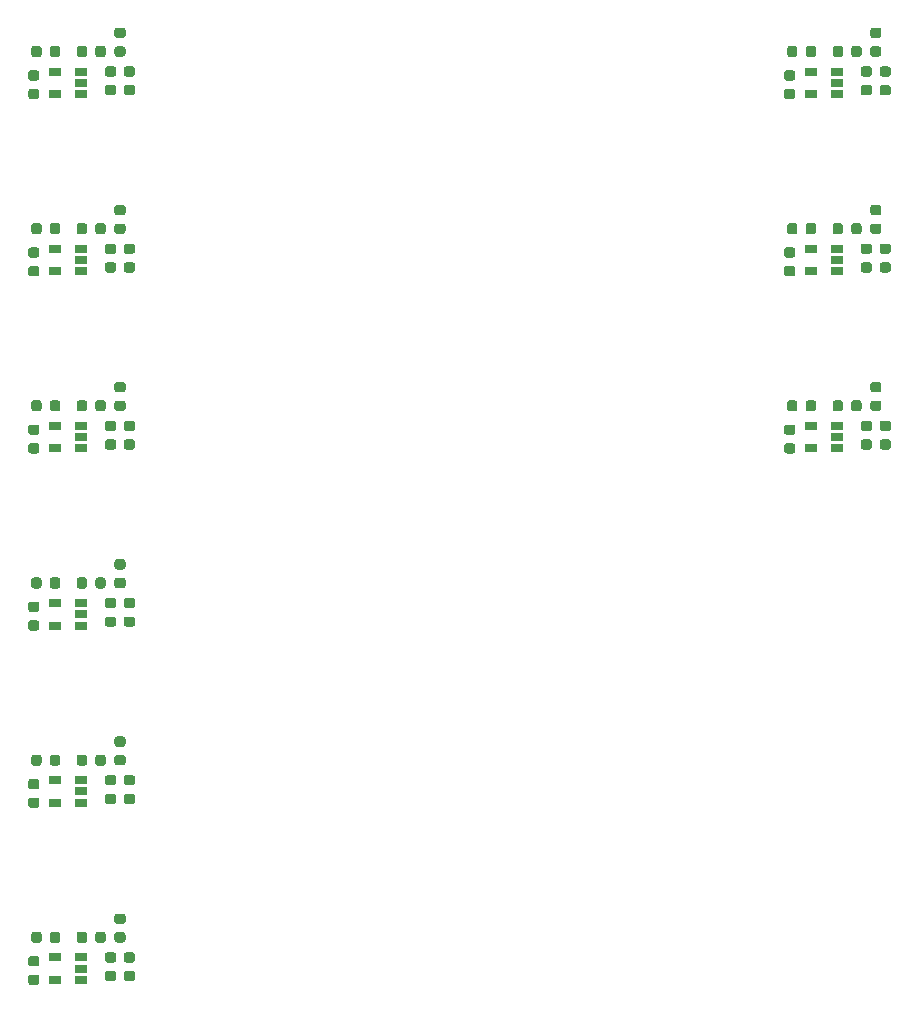
<source format=gbr>
%TF.GenerationSoftware,KiCad,Pcbnew,5.1.6-c6e7f7d~86~ubuntu18.04.1*%
%TF.CreationDate,2020-06-23T16:20:56-03:00*%
%TF.ProjectId,irStrip,69725374-7269-4702-9e6b-696361645f70,Rev. 1*%
%TF.SameCoordinates,Original*%
%TF.FileFunction,Paste,Bot*%
%TF.FilePolarity,Positive*%
%FSLAX46Y46*%
G04 Gerber Fmt 4.6, Leading zero omitted, Abs format (unit mm)*
G04 Created by KiCad (PCBNEW 5.1.6-c6e7f7d~86~ubuntu18.04.1) date 2020-06-23 16:20:56*
%MOMM*%
%LPD*%
G01*
G04 APERTURE LIST*
%ADD10R,1.060000X0.650000*%
G04 APERTURE END LIST*
%TO.C,C2*%
G36*
G01*
X184823550Y-94237500D02*
X184311050Y-94237500D01*
G75*
G02*
X184092300Y-94018750I0J218750D01*
G01*
X184092300Y-93581250D01*
G75*
G02*
X184311050Y-93362500I218750J0D01*
G01*
X184823550Y-93362500D01*
G75*
G02*
X185042300Y-93581250I0J-218750D01*
G01*
X185042300Y-94018750D01*
G75*
G02*
X184823550Y-94237500I-218750J0D01*
G01*
G37*
G36*
G01*
X184823550Y-95812500D02*
X184311050Y-95812500D01*
G75*
G02*
X184092300Y-95593750I0J218750D01*
G01*
X184092300Y-95156250D01*
G75*
G02*
X184311050Y-94937500I218750J0D01*
G01*
X184823550Y-94937500D01*
G75*
G02*
X185042300Y-95156250I0J-218750D01*
G01*
X185042300Y-95593750D01*
G75*
G02*
X184823550Y-95812500I-218750J0D01*
G01*
G37*
%TD*%
%TO.C,R1*%
G36*
G01*
X183511050Y-90087500D02*
X184023550Y-90087500D01*
G75*
G02*
X184242300Y-90306250I0J-218750D01*
G01*
X184242300Y-90743750D01*
G75*
G02*
X184023550Y-90962500I-218750J0D01*
G01*
X183511050Y-90962500D01*
G75*
G02*
X183292300Y-90743750I0J218750D01*
G01*
X183292300Y-90306250D01*
G75*
G02*
X183511050Y-90087500I218750J0D01*
G01*
G37*
G36*
G01*
X183511050Y-91662500D02*
X184023550Y-91662500D01*
G75*
G02*
X184242300Y-91881250I0J-218750D01*
G01*
X184242300Y-92318750D01*
G75*
G02*
X184023550Y-92537500I-218750J0D01*
G01*
X183511050Y-92537500D01*
G75*
G02*
X183292300Y-92318750I0J218750D01*
G01*
X183292300Y-91881250D01*
G75*
G02*
X183511050Y-91662500I218750J0D01*
G01*
G37*
%TD*%
%TO.C,R3*%
G36*
G01*
X177129800Y-91843750D02*
X177129800Y-92356250D01*
G75*
G02*
X176911050Y-92575000I-218750J0D01*
G01*
X176473550Y-92575000D01*
G75*
G02*
X176254800Y-92356250I0J218750D01*
G01*
X176254800Y-91843750D01*
G75*
G02*
X176473550Y-91625000I218750J0D01*
G01*
X176911050Y-91625000D01*
G75*
G02*
X177129800Y-91843750I0J-218750D01*
G01*
G37*
G36*
G01*
X178704800Y-91843750D02*
X178704800Y-92356250D01*
G75*
G02*
X178486050Y-92575000I-218750J0D01*
G01*
X178048550Y-92575000D01*
G75*
G02*
X177829800Y-92356250I0J218750D01*
G01*
X177829800Y-91843750D01*
G75*
G02*
X178048550Y-91625000I218750J0D01*
G01*
X178486050Y-91625000D01*
G75*
G02*
X178704800Y-91843750I0J-218750D01*
G01*
G37*
%TD*%
%TO.C,R4*%
G36*
G01*
X176723550Y-96137500D02*
X176211050Y-96137500D01*
G75*
G02*
X175992300Y-95918750I0J218750D01*
G01*
X175992300Y-95481250D01*
G75*
G02*
X176211050Y-95262500I218750J0D01*
G01*
X176723550Y-95262500D01*
G75*
G02*
X176942300Y-95481250I0J-218750D01*
G01*
X176942300Y-95918750D01*
G75*
G02*
X176723550Y-96137500I-218750J0D01*
G01*
G37*
G36*
G01*
X176723550Y-94562500D02*
X176211050Y-94562500D01*
G75*
G02*
X175992300Y-94343750I0J218750D01*
G01*
X175992300Y-93906250D01*
G75*
G02*
X176211050Y-93687500I218750J0D01*
G01*
X176723550Y-93687500D01*
G75*
G02*
X176942300Y-93906250I0J-218750D01*
G01*
X176942300Y-94343750D01*
G75*
G02*
X176723550Y-94562500I-218750J0D01*
G01*
G37*
%TD*%
D10*
%TO.C,U2*%
X180467300Y-93800000D03*
X180467300Y-94750000D03*
X180467300Y-95700000D03*
X178267300Y-95700000D03*
X178267300Y-93800000D03*
%TD*%
%TO.C,C1*%
G36*
G01*
X180104800Y-92356250D02*
X180104800Y-91843750D01*
G75*
G02*
X180323550Y-91625000I218750J0D01*
G01*
X180761050Y-91625000D01*
G75*
G02*
X180979800Y-91843750I0J-218750D01*
G01*
X180979800Y-92356250D01*
G75*
G02*
X180761050Y-92575000I-218750J0D01*
G01*
X180323550Y-92575000D01*
G75*
G02*
X180104800Y-92356250I0J218750D01*
G01*
G37*
G36*
G01*
X181679800Y-92356250D02*
X181679800Y-91843750D01*
G75*
G02*
X181898550Y-91625000I218750J0D01*
G01*
X182336050Y-91625000D01*
G75*
G02*
X182554800Y-91843750I0J-218750D01*
G01*
X182554800Y-92356250D01*
G75*
G02*
X182336050Y-92575000I-218750J0D01*
G01*
X181898550Y-92575000D01*
G75*
G02*
X181679800Y-92356250I0J218750D01*
G01*
G37*
%TD*%
%TO.C,C3*%
G36*
G01*
X183223550Y-95812500D02*
X182711050Y-95812500D01*
G75*
G02*
X182492300Y-95593750I0J218750D01*
G01*
X182492300Y-95156250D01*
G75*
G02*
X182711050Y-94937500I218750J0D01*
G01*
X183223550Y-94937500D01*
G75*
G02*
X183442300Y-95156250I0J-218750D01*
G01*
X183442300Y-95593750D01*
G75*
G02*
X183223550Y-95812500I-218750J0D01*
G01*
G37*
G36*
G01*
X183223550Y-94237500D02*
X182711050Y-94237500D01*
G75*
G02*
X182492300Y-94018750I0J218750D01*
G01*
X182492300Y-93581250D01*
G75*
G02*
X182711050Y-93362500I218750J0D01*
G01*
X183223550Y-93362500D01*
G75*
G02*
X183442300Y-93581250I0J-218750D01*
G01*
X183442300Y-94018750D01*
G75*
G02*
X183223550Y-94237500I-218750J0D01*
G01*
G37*
%TD*%
%TO.C,C2*%
G36*
G01*
X184823550Y-79237500D02*
X184311050Y-79237500D01*
G75*
G02*
X184092300Y-79018750I0J218750D01*
G01*
X184092300Y-78581250D01*
G75*
G02*
X184311050Y-78362500I218750J0D01*
G01*
X184823550Y-78362500D01*
G75*
G02*
X185042300Y-78581250I0J-218750D01*
G01*
X185042300Y-79018750D01*
G75*
G02*
X184823550Y-79237500I-218750J0D01*
G01*
G37*
G36*
G01*
X184823550Y-80812500D02*
X184311050Y-80812500D01*
G75*
G02*
X184092300Y-80593750I0J218750D01*
G01*
X184092300Y-80156250D01*
G75*
G02*
X184311050Y-79937500I218750J0D01*
G01*
X184823550Y-79937500D01*
G75*
G02*
X185042300Y-80156250I0J-218750D01*
G01*
X185042300Y-80593750D01*
G75*
G02*
X184823550Y-80812500I-218750J0D01*
G01*
G37*
%TD*%
%TO.C,R1*%
G36*
G01*
X183511050Y-75087500D02*
X184023550Y-75087500D01*
G75*
G02*
X184242300Y-75306250I0J-218750D01*
G01*
X184242300Y-75743750D01*
G75*
G02*
X184023550Y-75962500I-218750J0D01*
G01*
X183511050Y-75962500D01*
G75*
G02*
X183292300Y-75743750I0J218750D01*
G01*
X183292300Y-75306250D01*
G75*
G02*
X183511050Y-75087500I218750J0D01*
G01*
G37*
G36*
G01*
X183511050Y-76662500D02*
X184023550Y-76662500D01*
G75*
G02*
X184242300Y-76881250I0J-218750D01*
G01*
X184242300Y-77318750D01*
G75*
G02*
X184023550Y-77537500I-218750J0D01*
G01*
X183511050Y-77537500D01*
G75*
G02*
X183292300Y-77318750I0J218750D01*
G01*
X183292300Y-76881250D01*
G75*
G02*
X183511050Y-76662500I218750J0D01*
G01*
G37*
%TD*%
%TO.C,R3*%
G36*
G01*
X177129800Y-76843750D02*
X177129800Y-77356250D01*
G75*
G02*
X176911050Y-77575000I-218750J0D01*
G01*
X176473550Y-77575000D01*
G75*
G02*
X176254800Y-77356250I0J218750D01*
G01*
X176254800Y-76843750D01*
G75*
G02*
X176473550Y-76625000I218750J0D01*
G01*
X176911050Y-76625000D01*
G75*
G02*
X177129800Y-76843750I0J-218750D01*
G01*
G37*
G36*
G01*
X178704800Y-76843750D02*
X178704800Y-77356250D01*
G75*
G02*
X178486050Y-77575000I-218750J0D01*
G01*
X178048550Y-77575000D01*
G75*
G02*
X177829800Y-77356250I0J218750D01*
G01*
X177829800Y-76843750D01*
G75*
G02*
X178048550Y-76625000I218750J0D01*
G01*
X178486050Y-76625000D01*
G75*
G02*
X178704800Y-76843750I0J-218750D01*
G01*
G37*
%TD*%
%TO.C,R4*%
G36*
G01*
X176723550Y-81137500D02*
X176211050Y-81137500D01*
G75*
G02*
X175992300Y-80918750I0J218750D01*
G01*
X175992300Y-80481250D01*
G75*
G02*
X176211050Y-80262500I218750J0D01*
G01*
X176723550Y-80262500D01*
G75*
G02*
X176942300Y-80481250I0J-218750D01*
G01*
X176942300Y-80918750D01*
G75*
G02*
X176723550Y-81137500I-218750J0D01*
G01*
G37*
G36*
G01*
X176723550Y-79562500D02*
X176211050Y-79562500D01*
G75*
G02*
X175992300Y-79343750I0J218750D01*
G01*
X175992300Y-78906250D01*
G75*
G02*
X176211050Y-78687500I218750J0D01*
G01*
X176723550Y-78687500D01*
G75*
G02*
X176942300Y-78906250I0J-218750D01*
G01*
X176942300Y-79343750D01*
G75*
G02*
X176723550Y-79562500I-218750J0D01*
G01*
G37*
%TD*%
%TO.C,U2*%
X180467300Y-78800000D03*
X180467300Y-79750000D03*
X180467300Y-80700000D03*
X178267300Y-80700000D03*
X178267300Y-78800000D03*
%TD*%
%TO.C,C1*%
G36*
G01*
X180104800Y-77356250D02*
X180104800Y-76843750D01*
G75*
G02*
X180323550Y-76625000I218750J0D01*
G01*
X180761050Y-76625000D01*
G75*
G02*
X180979800Y-76843750I0J-218750D01*
G01*
X180979800Y-77356250D01*
G75*
G02*
X180761050Y-77575000I-218750J0D01*
G01*
X180323550Y-77575000D01*
G75*
G02*
X180104800Y-77356250I0J218750D01*
G01*
G37*
G36*
G01*
X181679800Y-77356250D02*
X181679800Y-76843750D01*
G75*
G02*
X181898550Y-76625000I218750J0D01*
G01*
X182336050Y-76625000D01*
G75*
G02*
X182554800Y-76843750I0J-218750D01*
G01*
X182554800Y-77356250D01*
G75*
G02*
X182336050Y-77575000I-218750J0D01*
G01*
X181898550Y-77575000D01*
G75*
G02*
X181679800Y-77356250I0J218750D01*
G01*
G37*
%TD*%
%TO.C,C3*%
G36*
G01*
X183223550Y-80812500D02*
X182711050Y-80812500D01*
G75*
G02*
X182492300Y-80593750I0J218750D01*
G01*
X182492300Y-80156250D01*
G75*
G02*
X182711050Y-79937500I218750J0D01*
G01*
X183223550Y-79937500D01*
G75*
G02*
X183442300Y-80156250I0J-218750D01*
G01*
X183442300Y-80593750D01*
G75*
G02*
X183223550Y-80812500I-218750J0D01*
G01*
G37*
G36*
G01*
X183223550Y-79237500D02*
X182711050Y-79237500D01*
G75*
G02*
X182492300Y-79018750I0J218750D01*
G01*
X182492300Y-78581250D01*
G75*
G02*
X182711050Y-78362500I218750J0D01*
G01*
X183223550Y-78362500D01*
G75*
G02*
X183442300Y-78581250I0J-218750D01*
G01*
X183442300Y-79018750D01*
G75*
G02*
X183223550Y-79237500I-218750J0D01*
G01*
G37*
%TD*%
%TO.C,C2*%
G36*
G01*
X184823550Y-64237500D02*
X184311050Y-64237500D01*
G75*
G02*
X184092300Y-64018750I0J218750D01*
G01*
X184092300Y-63581250D01*
G75*
G02*
X184311050Y-63362500I218750J0D01*
G01*
X184823550Y-63362500D01*
G75*
G02*
X185042300Y-63581250I0J-218750D01*
G01*
X185042300Y-64018750D01*
G75*
G02*
X184823550Y-64237500I-218750J0D01*
G01*
G37*
G36*
G01*
X184823550Y-65812500D02*
X184311050Y-65812500D01*
G75*
G02*
X184092300Y-65593750I0J218750D01*
G01*
X184092300Y-65156250D01*
G75*
G02*
X184311050Y-64937500I218750J0D01*
G01*
X184823550Y-64937500D01*
G75*
G02*
X185042300Y-65156250I0J-218750D01*
G01*
X185042300Y-65593750D01*
G75*
G02*
X184823550Y-65812500I-218750J0D01*
G01*
G37*
%TD*%
%TO.C,R1*%
G36*
G01*
X183511050Y-60087500D02*
X184023550Y-60087500D01*
G75*
G02*
X184242300Y-60306250I0J-218750D01*
G01*
X184242300Y-60743750D01*
G75*
G02*
X184023550Y-60962500I-218750J0D01*
G01*
X183511050Y-60962500D01*
G75*
G02*
X183292300Y-60743750I0J218750D01*
G01*
X183292300Y-60306250D01*
G75*
G02*
X183511050Y-60087500I218750J0D01*
G01*
G37*
G36*
G01*
X183511050Y-61662500D02*
X184023550Y-61662500D01*
G75*
G02*
X184242300Y-61881250I0J-218750D01*
G01*
X184242300Y-62318750D01*
G75*
G02*
X184023550Y-62537500I-218750J0D01*
G01*
X183511050Y-62537500D01*
G75*
G02*
X183292300Y-62318750I0J218750D01*
G01*
X183292300Y-61881250D01*
G75*
G02*
X183511050Y-61662500I218750J0D01*
G01*
G37*
%TD*%
%TO.C,R3*%
G36*
G01*
X177129800Y-61843750D02*
X177129800Y-62356250D01*
G75*
G02*
X176911050Y-62575000I-218750J0D01*
G01*
X176473550Y-62575000D01*
G75*
G02*
X176254800Y-62356250I0J218750D01*
G01*
X176254800Y-61843750D01*
G75*
G02*
X176473550Y-61625000I218750J0D01*
G01*
X176911050Y-61625000D01*
G75*
G02*
X177129800Y-61843750I0J-218750D01*
G01*
G37*
G36*
G01*
X178704800Y-61843750D02*
X178704800Y-62356250D01*
G75*
G02*
X178486050Y-62575000I-218750J0D01*
G01*
X178048550Y-62575000D01*
G75*
G02*
X177829800Y-62356250I0J218750D01*
G01*
X177829800Y-61843750D01*
G75*
G02*
X178048550Y-61625000I218750J0D01*
G01*
X178486050Y-61625000D01*
G75*
G02*
X178704800Y-61843750I0J-218750D01*
G01*
G37*
%TD*%
%TO.C,R4*%
G36*
G01*
X176723550Y-66137500D02*
X176211050Y-66137500D01*
G75*
G02*
X175992300Y-65918750I0J218750D01*
G01*
X175992300Y-65481250D01*
G75*
G02*
X176211050Y-65262500I218750J0D01*
G01*
X176723550Y-65262500D01*
G75*
G02*
X176942300Y-65481250I0J-218750D01*
G01*
X176942300Y-65918750D01*
G75*
G02*
X176723550Y-66137500I-218750J0D01*
G01*
G37*
G36*
G01*
X176723550Y-64562500D02*
X176211050Y-64562500D01*
G75*
G02*
X175992300Y-64343750I0J218750D01*
G01*
X175992300Y-63906250D01*
G75*
G02*
X176211050Y-63687500I218750J0D01*
G01*
X176723550Y-63687500D01*
G75*
G02*
X176942300Y-63906250I0J-218750D01*
G01*
X176942300Y-64343750D01*
G75*
G02*
X176723550Y-64562500I-218750J0D01*
G01*
G37*
%TD*%
%TO.C,U2*%
X180467300Y-63800000D03*
X180467300Y-64750000D03*
X180467300Y-65700000D03*
X178267300Y-65700000D03*
X178267300Y-63800000D03*
%TD*%
%TO.C,C1*%
G36*
G01*
X180104800Y-62356250D02*
X180104800Y-61843750D01*
G75*
G02*
X180323550Y-61625000I218750J0D01*
G01*
X180761050Y-61625000D01*
G75*
G02*
X180979800Y-61843750I0J-218750D01*
G01*
X180979800Y-62356250D01*
G75*
G02*
X180761050Y-62575000I-218750J0D01*
G01*
X180323550Y-62575000D01*
G75*
G02*
X180104800Y-62356250I0J218750D01*
G01*
G37*
G36*
G01*
X181679800Y-62356250D02*
X181679800Y-61843750D01*
G75*
G02*
X181898550Y-61625000I218750J0D01*
G01*
X182336050Y-61625000D01*
G75*
G02*
X182554800Y-61843750I0J-218750D01*
G01*
X182554800Y-62356250D01*
G75*
G02*
X182336050Y-62575000I-218750J0D01*
G01*
X181898550Y-62575000D01*
G75*
G02*
X181679800Y-62356250I0J218750D01*
G01*
G37*
%TD*%
%TO.C,C3*%
G36*
G01*
X183223550Y-65812500D02*
X182711050Y-65812500D01*
G75*
G02*
X182492300Y-65593750I0J218750D01*
G01*
X182492300Y-65156250D01*
G75*
G02*
X182711050Y-64937500I218750J0D01*
G01*
X183223550Y-64937500D01*
G75*
G02*
X183442300Y-65156250I0J-218750D01*
G01*
X183442300Y-65593750D01*
G75*
G02*
X183223550Y-65812500I-218750J0D01*
G01*
G37*
G36*
G01*
X183223550Y-64237500D02*
X182711050Y-64237500D01*
G75*
G02*
X182492300Y-64018750I0J218750D01*
G01*
X182492300Y-63581250D01*
G75*
G02*
X182711050Y-63362500I218750J0D01*
G01*
X183223550Y-63362500D01*
G75*
G02*
X183442300Y-63581250I0J-218750D01*
G01*
X183442300Y-64018750D01*
G75*
G02*
X183223550Y-64237500I-218750J0D01*
G01*
G37*
%TD*%
%TO.C,R3*%
G36*
G01*
X114707500Y-136843750D02*
X114707500Y-137356250D01*
G75*
G02*
X114488750Y-137575000I-218750J0D01*
G01*
X114051250Y-137575000D01*
G75*
G02*
X113832500Y-137356250I0J218750D01*
G01*
X113832500Y-136843750D01*
G75*
G02*
X114051250Y-136625000I218750J0D01*
G01*
X114488750Y-136625000D01*
G75*
G02*
X114707500Y-136843750I0J-218750D01*
G01*
G37*
G36*
G01*
X113132500Y-136843750D02*
X113132500Y-137356250D01*
G75*
G02*
X112913750Y-137575000I-218750J0D01*
G01*
X112476250Y-137575000D01*
G75*
G02*
X112257500Y-137356250I0J218750D01*
G01*
X112257500Y-136843750D01*
G75*
G02*
X112476250Y-136625000I218750J0D01*
G01*
X112913750Y-136625000D01*
G75*
G02*
X113132500Y-136843750I0J-218750D01*
G01*
G37*
%TD*%
%TO.C,R1*%
G36*
G01*
X119513750Y-136662500D02*
X120026250Y-136662500D01*
G75*
G02*
X120245000Y-136881250I0J-218750D01*
G01*
X120245000Y-137318750D01*
G75*
G02*
X120026250Y-137537500I-218750J0D01*
G01*
X119513750Y-137537500D01*
G75*
G02*
X119295000Y-137318750I0J218750D01*
G01*
X119295000Y-136881250D01*
G75*
G02*
X119513750Y-136662500I218750J0D01*
G01*
G37*
G36*
G01*
X119513750Y-135087500D02*
X120026250Y-135087500D01*
G75*
G02*
X120245000Y-135306250I0J-218750D01*
G01*
X120245000Y-135743750D01*
G75*
G02*
X120026250Y-135962500I-218750J0D01*
G01*
X119513750Y-135962500D01*
G75*
G02*
X119295000Y-135743750I0J218750D01*
G01*
X119295000Y-135306250D01*
G75*
G02*
X119513750Y-135087500I218750J0D01*
G01*
G37*
%TD*%
%TO.C,U2*%
X114270000Y-138800000D03*
X114270000Y-140700000D03*
X116470000Y-140700000D03*
X116470000Y-139750000D03*
X116470000Y-138800000D03*
%TD*%
%TO.C,C1*%
G36*
G01*
X117682500Y-137356250D02*
X117682500Y-136843750D01*
G75*
G02*
X117901250Y-136625000I218750J0D01*
G01*
X118338750Y-136625000D01*
G75*
G02*
X118557500Y-136843750I0J-218750D01*
G01*
X118557500Y-137356250D01*
G75*
G02*
X118338750Y-137575000I-218750J0D01*
G01*
X117901250Y-137575000D01*
G75*
G02*
X117682500Y-137356250I0J218750D01*
G01*
G37*
G36*
G01*
X116107500Y-137356250D02*
X116107500Y-136843750D01*
G75*
G02*
X116326250Y-136625000I218750J0D01*
G01*
X116763750Y-136625000D01*
G75*
G02*
X116982500Y-136843750I0J-218750D01*
G01*
X116982500Y-137356250D01*
G75*
G02*
X116763750Y-137575000I-218750J0D01*
G01*
X116326250Y-137575000D01*
G75*
G02*
X116107500Y-137356250I0J218750D01*
G01*
G37*
%TD*%
%TO.C,C3*%
G36*
G01*
X119226250Y-139237500D02*
X118713750Y-139237500D01*
G75*
G02*
X118495000Y-139018750I0J218750D01*
G01*
X118495000Y-138581250D01*
G75*
G02*
X118713750Y-138362500I218750J0D01*
G01*
X119226250Y-138362500D01*
G75*
G02*
X119445000Y-138581250I0J-218750D01*
G01*
X119445000Y-139018750D01*
G75*
G02*
X119226250Y-139237500I-218750J0D01*
G01*
G37*
G36*
G01*
X119226250Y-140812500D02*
X118713750Y-140812500D01*
G75*
G02*
X118495000Y-140593750I0J218750D01*
G01*
X118495000Y-140156250D01*
G75*
G02*
X118713750Y-139937500I218750J0D01*
G01*
X119226250Y-139937500D01*
G75*
G02*
X119445000Y-140156250I0J-218750D01*
G01*
X119445000Y-140593750D01*
G75*
G02*
X119226250Y-140812500I-218750J0D01*
G01*
G37*
%TD*%
%TO.C,R4*%
G36*
G01*
X112726250Y-139562500D02*
X112213750Y-139562500D01*
G75*
G02*
X111995000Y-139343750I0J218750D01*
G01*
X111995000Y-138906250D01*
G75*
G02*
X112213750Y-138687500I218750J0D01*
G01*
X112726250Y-138687500D01*
G75*
G02*
X112945000Y-138906250I0J-218750D01*
G01*
X112945000Y-139343750D01*
G75*
G02*
X112726250Y-139562500I-218750J0D01*
G01*
G37*
G36*
G01*
X112726250Y-141137500D02*
X112213750Y-141137500D01*
G75*
G02*
X111995000Y-140918750I0J218750D01*
G01*
X111995000Y-140481250D01*
G75*
G02*
X112213750Y-140262500I218750J0D01*
G01*
X112726250Y-140262500D01*
G75*
G02*
X112945000Y-140481250I0J-218750D01*
G01*
X112945000Y-140918750D01*
G75*
G02*
X112726250Y-141137500I-218750J0D01*
G01*
G37*
%TD*%
%TO.C,C2*%
G36*
G01*
X120826250Y-140812500D02*
X120313750Y-140812500D01*
G75*
G02*
X120095000Y-140593750I0J218750D01*
G01*
X120095000Y-140156250D01*
G75*
G02*
X120313750Y-139937500I218750J0D01*
G01*
X120826250Y-139937500D01*
G75*
G02*
X121045000Y-140156250I0J-218750D01*
G01*
X121045000Y-140593750D01*
G75*
G02*
X120826250Y-140812500I-218750J0D01*
G01*
G37*
G36*
G01*
X120826250Y-139237500D02*
X120313750Y-139237500D01*
G75*
G02*
X120095000Y-139018750I0J218750D01*
G01*
X120095000Y-138581250D01*
G75*
G02*
X120313750Y-138362500I218750J0D01*
G01*
X120826250Y-138362500D01*
G75*
G02*
X121045000Y-138581250I0J-218750D01*
G01*
X121045000Y-139018750D01*
G75*
G02*
X120826250Y-139237500I-218750J0D01*
G01*
G37*
%TD*%
%TO.C,R3*%
G36*
G01*
X114707500Y-121843750D02*
X114707500Y-122356250D01*
G75*
G02*
X114488750Y-122575000I-218750J0D01*
G01*
X114051250Y-122575000D01*
G75*
G02*
X113832500Y-122356250I0J218750D01*
G01*
X113832500Y-121843750D01*
G75*
G02*
X114051250Y-121625000I218750J0D01*
G01*
X114488750Y-121625000D01*
G75*
G02*
X114707500Y-121843750I0J-218750D01*
G01*
G37*
G36*
G01*
X113132500Y-121843750D02*
X113132500Y-122356250D01*
G75*
G02*
X112913750Y-122575000I-218750J0D01*
G01*
X112476250Y-122575000D01*
G75*
G02*
X112257500Y-122356250I0J218750D01*
G01*
X112257500Y-121843750D01*
G75*
G02*
X112476250Y-121625000I218750J0D01*
G01*
X112913750Y-121625000D01*
G75*
G02*
X113132500Y-121843750I0J-218750D01*
G01*
G37*
%TD*%
%TO.C,R1*%
G36*
G01*
X119513750Y-121662500D02*
X120026250Y-121662500D01*
G75*
G02*
X120245000Y-121881250I0J-218750D01*
G01*
X120245000Y-122318750D01*
G75*
G02*
X120026250Y-122537500I-218750J0D01*
G01*
X119513750Y-122537500D01*
G75*
G02*
X119295000Y-122318750I0J218750D01*
G01*
X119295000Y-121881250D01*
G75*
G02*
X119513750Y-121662500I218750J0D01*
G01*
G37*
G36*
G01*
X119513750Y-120087500D02*
X120026250Y-120087500D01*
G75*
G02*
X120245000Y-120306250I0J-218750D01*
G01*
X120245000Y-120743750D01*
G75*
G02*
X120026250Y-120962500I-218750J0D01*
G01*
X119513750Y-120962500D01*
G75*
G02*
X119295000Y-120743750I0J218750D01*
G01*
X119295000Y-120306250D01*
G75*
G02*
X119513750Y-120087500I218750J0D01*
G01*
G37*
%TD*%
%TO.C,U2*%
X114270000Y-123800000D03*
X114270000Y-125700000D03*
X116470000Y-125700000D03*
X116470000Y-124750000D03*
X116470000Y-123800000D03*
%TD*%
%TO.C,C1*%
G36*
G01*
X117682500Y-122356250D02*
X117682500Y-121843750D01*
G75*
G02*
X117901250Y-121625000I218750J0D01*
G01*
X118338750Y-121625000D01*
G75*
G02*
X118557500Y-121843750I0J-218750D01*
G01*
X118557500Y-122356250D01*
G75*
G02*
X118338750Y-122575000I-218750J0D01*
G01*
X117901250Y-122575000D01*
G75*
G02*
X117682500Y-122356250I0J218750D01*
G01*
G37*
G36*
G01*
X116107500Y-122356250D02*
X116107500Y-121843750D01*
G75*
G02*
X116326250Y-121625000I218750J0D01*
G01*
X116763750Y-121625000D01*
G75*
G02*
X116982500Y-121843750I0J-218750D01*
G01*
X116982500Y-122356250D01*
G75*
G02*
X116763750Y-122575000I-218750J0D01*
G01*
X116326250Y-122575000D01*
G75*
G02*
X116107500Y-122356250I0J218750D01*
G01*
G37*
%TD*%
%TO.C,C3*%
G36*
G01*
X119226250Y-124237500D02*
X118713750Y-124237500D01*
G75*
G02*
X118495000Y-124018750I0J218750D01*
G01*
X118495000Y-123581250D01*
G75*
G02*
X118713750Y-123362500I218750J0D01*
G01*
X119226250Y-123362500D01*
G75*
G02*
X119445000Y-123581250I0J-218750D01*
G01*
X119445000Y-124018750D01*
G75*
G02*
X119226250Y-124237500I-218750J0D01*
G01*
G37*
G36*
G01*
X119226250Y-125812500D02*
X118713750Y-125812500D01*
G75*
G02*
X118495000Y-125593750I0J218750D01*
G01*
X118495000Y-125156250D01*
G75*
G02*
X118713750Y-124937500I218750J0D01*
G01*
X119226250Y-124937500D01*
G75*
G02*
X119445000Y-125156250I0J-218750D01*
G01*
X119445000Y-125593750D01*
G75*
G02*
X119226250Y-125812500I-218750J0D01*
G01*
G37*
%TD*%
%TO.C,R4*%
G36*
G01*
X112726250Y-124562500D02*
X112213750Y-124562500D01*
G75*
G02*
X111995000Y-124343750I0J218750D01*
G01*
X111995000Y-123906250D01*
G75*
G02*
X112213750Y-123687500I218750J0D01*
G01*
X112726250Y-123687500D01*
G75*
G02*
X112945000Y-123906250I0J-218750D01*
G01*
X112945000Y-124343750D01*
G75*
G02*
X112726250Y-124562500I-218750J0D01*
G01*
G37*
G36*
G01*
X112726250Y-126137500D02*
X112213750Y-126137500D01*
G75*
G02*
X111995000Y-125918750I0J218750D01*
G01*
X111995000Y-125481250D01*
G75*
G02*
X112213750Y-125262500I218750J0D01*
G01*
X112726250Y-125262500D01*
G75*
G02*
X112945000Y-125481250I0J-218750D01*
G01*
X112945000Y-125918750D01*
G75*
G02*
X112726250Y-126137500I-218750J0D01*
G01*
G37*
%TD*%
%TO.C,C2*%
G36*
G01*
X120826250Y-125812500D02*
X120313750Y-125812500D01*
G75*
G02*
X120095000Y-125593750I0J218750D01*
G01*
X120095000Y-125156250D01*
G75*
G02*
X120313750Y-124937500I218750J0D01*
G01*
X120826250Y-124937500D01*
G75*
G02*
X121045000Y-125156250I0J-218750D01*
G01*
X121045000Y-125593750D01*
G75*
G02*
X120826250Y-125812500I-218750J0D01*
G01*
G37*
G36*
G01*
X120826250Y-124237500D02*
X120313750Y-124237500D01*
G75*
G02*
X120095000Y-124018750I0J218750D01*
G01*
X120095000Y-123581250D01*
G75*
G02*
X120313750Y-123362500I218750J0D01*
G01*
X120826250Y-123362500D01*
G75*
G02*
X121045000Y-123581250I0J-218750D01*
G01*
X121045000Y-124018750D01*
G75*
G02*
X120826250Y-124237500I-218750J0D01*
G01*
G37*
%TD*%
%TO.C,R3*%
G36*
G01*
X114707500Y-106843750D02*
X114707500Y-107356250D01*
G75*
G02*
X114488750Y-107575000I-218750J0D01*
G01*
X114051250Y-107575000D01*
G75*
G02*
X113832500Y-107356250I0J218750D01*
G01*
X113832500Y-106843750D01*
G75*
G02*
X114051250Y-106625000I218750J0D01*
G01*
X114488750Y-106625000D01*
G75*
G02*
X114707500Y-106843750I0J-218750D01*
G01*
G37*
G36*
G01*
X113132500Y-106843750D02*
X113132500Y-107356250D01*
G75*
G02*
X112913750Y-107575000I-218750J0D01*
G01*
X112476250Y-107575000D01*
G75*
G02*
X112257500Y-107356250I0J218750D01*
G01*
X112257500Y-106843750D01*
G75*
G02*
X112476250Y-106625000I218750J0D01*
G01*
X112913750Y-106625000D01*
G75*
G02*
X113132500Y-106843750I0J-218750D01*
G01*
G37*
%TD*%
%TO.C,R1*%
G36*
G01*
X119513750Y-106662500D02*
X120026250Y-106662500D01*
G75*
G02*
X120245000Y-106881250I0J-218750D01*
G01*
X120245000Y-107318750D01*
G75*
G02*
X120026250Y-107537500I-218750J0D01*
G01*
X119513750Y-107537500D01*
G75*
G02*
X119295000Y-107318750I0J218750D01*
G01*
X119295000Y-106881250D01*
G75*
G02*
X119513750Y-106662500I218750J0D01*
G01*
G37*
G36*
G01*
X119513750Y-105087500D02*
X120026250Y-105087500D01*
G75*
G02*
X120245000Y-105306250I0J-218750D01*
G01*
X120245000Y-105743750D01*
G75*
G02*
X120026250Y-105962500I-218750J0D01*
G01*
X119513750Y-105962500D01*
G75*
G02*
X119295000Y-105743750I0J218750D01*
G01*
X119295000Y-105306250D01*
G75*
G02*
X119513750Y-105087500I218750J0D01*
G01*
G37*
%TD*%
%TO.C,U2*%
X114270000Y-108800000D03*
X114270000Y-110700000D03*
X116470000Y-110700000D03*
X116470000Y-109750000D03*
X116470000Y-108800000D03*
%TD*%
%TO.C,C1*%
G36*
G01*
X117682500Y-107356250D02*
X117682500Y-106843750D01*
G75*
G02*
X117901250Y-106625000I218750J0D01*
G01*
X118338750Y-106625000D01*
G75*
G02*
X118557500Y-106843750I0J-218750D01*
G01*
X118557500Y-107356250D01*
G75*
G02*
X118338750Y-107575000I-218750J0D01*
G01*
X117901250Y-107575000D01*
G75*
G02*
X117682500Y-107356250I0J218750D01*
G01*
G37*
G36*
G01*
X116107500Y-107356250D02*
X116107500Y-106843750D01*
G75*
G02*
X116326250Y-106625000I218750J0D01*
G01*
X116763750Y-106625000D01*
G75*
G02*
X116982500Y-106843750I0J-218750D01*
G01*
X116982500Y-107356250D01*
G75*
G02*
X116763750Y-107575000I-218750J0D01*
G01*
X116326250Y-107575000D01*
G75*
G02*
X116107500Y-107356250I0J218750D01*
G01*
G37*
%TD*%
%TO.C,C3*%
G36*
G01*
X119226250Y-109237500D02*
X118713750Y-109237500D01*
G75*
G02*
X118495000Y-109018750I0J218750D01*
G01*
X118495000Y-108581250D01*
G75*
G02*
X118713750Y-108362500I218750J0D01*
G01*
X119226250Y-108362500D01*
G75*
G02*
X119445000Y-108581250I0J-218750D01*
G01*
X119445000Y-109018750D01*
G75*
G02*
X119226250Y-109237500I-218750J0D01*
G01*
G37*
G36*
G01*
X119226250Y-110812500D02*
X118713750Y-110812500D01*
G75*
G02*
X118495000Y-110593750I0J218750D01*
G01*
X118495000Y-110156250D01*
G75*
G02*
X118713750Y-109937500I218750J0D01*
G01*
X119226250Y-109937500D01*
G75*
G02*
X119445000Y-110156250I0J-218750D01*
G01*
X119445000Y-110593750D01*
G75*
G02*
X119226250Y-110812500I-218750J0D01*
G01*
G37*
%TD*%
%TO.C,R4*%
G36*
G01*
X112726250Y-109562500D02*
X112213750Y-109562500D01*
G75*
G02*
X111995000Y-109343750I0J218750D01*
G01*
X111995000Y-108906250D01*
G75*
G02*
X112213750Y-108687500I218750J0D01*
G01*
X112726250Y-108687500D01*
G75*
G02*
X112945000Y-108906250I0J-218750D01*
G01*
X112945000Y-109343750D01*
G75*
G02*
X112726250Y-109562500I-218750J0D01*
G01*
G37*
G36*
G01*
X112726250Y-111137500D02*
X112213750Y-111137500D01*
G75*
G02*
X111995000Y-110918750I0J218750D01*
G01*
X111995000Y-110481250D01*
G75*
G02*
X112213750Y-110262500I218750J0D01*
G01*
X112726250Y-110262500D01*
G75*
G02*
X112945000Y-110481250I0J-218750D01*
G01*
X112945000Y-110918750D01*
G75*
G02*
X112726250Y-111137500I-218750J0D01*
G01*
G37*
%TD*%
%TO.C,C2*%
G36*
G01*
X120826250Y-110812500D02*
X120313750Y-110812500D01*
G75*
G02*
X120095000Y-110593750I0J218750D01*
G01*
X120095000Y-110156250D01*
G75*
G02*
X120313750Y-109937500I218750J0D01*
G01*
X120826250Y-109937500D01*
G75*
G02*
X121045000Y-110156250I0J-218750D01*
G01*
X121045000Y-110593750D01*
G75*
G02*
X120826250Y-110812500I-218750J0D01*
G01*
G37*
G36*
G01*
X120826250Y-109237500D02*
X120313750Y-109237500D01*
G75*
G02*
X120095000Y-109018750I0J218750D01*
G01*
X120095000Y-108581250D01*
G75*
G02*
X120313750Y-108362500I218750J0D01*
G01*
X120826250Y-108362500D01*
G75*
G02*
X121045000Y-108581250I0J-218750D01*
G01*
X121045000Y-109018750D01*
G75*
G02*
X120826250Y-109237500I-218750J0D01*
G01*
G37*
%TD*%
%TO.C,R3*%
G36*
G01*
X114707500Y-91843750D02*
X114707500Y-92356250D01*
G75*
G02*
X114488750Y-92575000I-218750J0D01*
G01*
X114051250Y-92575000D01*
G75*
G02*
X113832500Y-92356250I0J218750D01*
G01*
X113832500Y-91843750D01*
G75*
G02*
X114051250Y-91625000I218750J0D01*
G01*
X114488750Y-91625000D01*
G75*
G02*
X114707500Y-91843750I0J-218750D01*
G01*
G37*
G36*
G01*
X113132500Y-91843750D02*
X113132500Y-92356250D01*
G75*
G02*
X112913750Y-92575000I-218750J0D01*
G01*
X112476250Y-92575000D01*
G75*
G02*
X112257500Y-92356250I0J218750D01*
G01*
X112257500Y-91843750D01*
G75*
G02*
X112476250Y-91625000I218750J0D01*
G01*
X112913750Y-91625000D01*
G75*
G02*
X113132500Y-91843750I0J-218750D01*
G01*
G37*
%TD*%
%TO.C,R1*%
G36*
G01*
X119513750Y-91662500D02*
X120026250Y-91662500D01*
G75*
G02*
X120245000Y-91881250I0J-218750D01*
G01*
X120245000Y-92318750D01*
G75*
G02*
X120026250Y-92537500I-218750J0D01*
G01*
X119513750Y-92537500D01*
G75*
G02*
X119295000Y-92318750I0J218750D01*
G01*
X119295000Y-91881250D01*
G75*
G02*
X119513750Y-91662500I218750J0D01*
G01*
G37*
G36*
G01*
X119513750Y-90087500D02*
X120026250Y-90087500D01*
G75*
G02*
X120245000Y-90306250I0J-218750D01*
G01*
X120245000Y-90743750D01*
G75*
G02*
X120026250Y-90962500I-218750J0D01*
G01*
X119513750Y-90962500D01*
G75*
G02*
X119295000Y-90743750I0J218750D01*
G01*
X119295000Y-90306250D01*
G75*
G02*
X119513750Y-90087500I218750J0D01*
G01*
G37*
%TD*%
%TO.C,U2*%
X114270000Y-93800000D03*
X114270000Y-95700000D03*
X116470000Y-95700000D03*
X116470000Y-94750000D03*
X116470000Y-93800000D03*
%TD*%
%TO.C,C1*%
G36*
G01*
X117682500Y-92356250D02*
X117682500Y-91843750D01*
G75*
G02*
X117901250Y-91625000I218750J0D01*
G01*
X118338750Y-91625000D01*
G75*
G02*
X118557500Y-91843750I0J-218750D01*
G01*
X118557500Y-92356250D01*
G75*
G02*
X118338750Y-92575000I-218750J0D01*
G01*
X117901250Y-92575000D01*
G75*
G02*
X117682500Y-92356250I0J218750D01*
G01*
G37*
G36*
G01*
X116107500Y-92356250D02*
X116107500Y-91843750D01*
G75*
G02*
X116326250Y-91625000I218750J0D01*
G01*
X116763750Y-91625000D01*
G75*
G02*
X116982500Y-91843750I0J-218750D01*
G01*
X116982500Y-92356250D01*
G75*
G02*
X116763750Y-92575000I-218750J0D01*
G01*
X116326250Y-92575000D01*
G75*
G02*
X116107500Y-92356250I0J218750D01*
G01*
G37*
%TD*%
%TO.C,C3*%
G36*
G01*
X119226250Y-94237500D02*
X118713750Y-94237500D01*
G75*
G02*
X118495000Y-94018750I0J218750D01*
G01*
X118495000Y-93581250D01*
G75*
G02*
X118713750Y-93362500I218750J0D01*
G01*
X119226250Y-93362500D01*
G75*
G02*
X119445000Y-93581250I0J-218750D01*
G01*
X119445000Y-94018750D01*
G75*
G02*
X119226250Y-94237500I-218750J0D01*
G01*
G37*
G36*
G01*
X119226250Y-95812500D02*
X118713750Y-95812500D01*
G75*
G02*
X118495000Y-95593750I0J218750D01*
G01*
X118495000Y-95156250D01*
G75*
G02*
X118713750Y-94937500I218750J0D01*
G01*
X119226250Y-94937500D01*
G75*
G02*
X119445000Y-95156250I0J-218750D01*
G01*
X119445000Y-95593750D01*
G75*
G02*
X119226250Y-95812500I-218750J0D01*
G01*
G37*
%TD*%
%TO.C,R4*%
G36*
G01*
X112726250Y-94562500D02*
X112213750Y-94562500D01*
G75*
G02*
X111995000Y-94343750I0J218750D01*
G01*
X111995000Y-93906250D01*
G75*
G02*
X112213750Y-93687500I218750J0D01*
G01*
X112726250Y-93687500D01*
G75*
G02*
X112945000Y-93906250I0J-218750D01*
G01*
X112945000Y-94343750D01*
G75*
G02*
X112726250Y-94562500I-218750J0D01*
G01*
G37*
G36*
G01*
X112726250Y-96137500D02*
X112213750Y-96137500D01*
G75*
G02*
X111995000Y-95918750I0J218750D01*
G01*
X111995000Y-95481250D01*
G75*
G02*
X112213750Y-95262500I218750J0D01*
G01*
X112726250Y-95262500D01*
G75*
G02*
X112945000Y-95481250I0J-218750D01*
G01*
X112945000Y-95918750D01*
G75*
G02*
X112726250Y-96137500I-218750J0D01*
G01*
G37*
%TD*%
%TO.C,C2*%
G36*
G01*
X120826250Y-95812500D02*
X120313750Y-95812500D01*
G75*
G02*
X120095000Y-95593750I0J218750D01*
G01*
X120095000Y-95156250D01*
G75*
G02*
X120313750Y-94937500I218750J0D01*
G01*
X120826250Y-94937500D01*
G75*
G02*
X121045000Y-95156250I0J-218750D01*
G01*
X121045000Y-95593750D01*
G75*
G02*
X120826250Y-95812500I-218750J0D01*
G01*
G37*
G36*
G01*
X120826250Y-94237500D02*
X120313750Y-94237500D01*
G75*
G02*
X120095000Y-94018750I0J218750D01*
G01*
X120095000Y-93581250D01*
G75*
G02*
X120313750Y-93362500I218750J0D01*
G01*
X120826250Y-93362500D01*
G75*
G02*
X121045000Y-93581250I0J-218750D01*
G01*
X121045000Y-94018750D01*
G75*
G02*
X120826250Y-94237500I-218750J0D01*
G01*
G37*
%TD*%
%TO.C,R3*%
G36*
G01*
X114707500Y-76843750D02*
X114707500Y-77356250D01*
G75*
G02*
X114488750Y-77575000I-218750J0D01*
G01*
X114051250Y-77575000D01*
G75*
G02*
X113832500Y-77356250I0J218750D01*
G01*
X113832500Y-76843750D01*
G75*
G02*
X114051250Y-76625000I218750J0D01*
G01*
X114488750Y-76625000D01*
G75*
G02*
X114707500Y-76843750I0J-218750D01*
G01*
G37*
G36*
G01*
X113132500Y-76843750D02*
X113132500Y-77356250D01*
G75*
G02*
X112913750Y-77575000I-218750J0D01*
G01*
X112476250Y-77575000D01*
G75*
G02*
X112257500Y-77356250I0J218750D01*
G01*
X112257500Y-76843750D01*
G75*
G02*
X112476250Y-76625000I218750J0D01*
G01*
X112913750Y-76625000D01*
G75*
G02*
X113132500Y-76843750I0J-218750D01*
G01*
G37*
%TD*%
%TO.C,R1*%
G36*
G01*
X119513750Y-76662500D02*
X120026250Y-76662500D01*
G75*
G02*
X120245000Y-76881250I0J-218750D01*
G01*
X120245000Y-77318750D01*
G75*
G02*
X120026250Y-77537500I-218750J0D01*
G01*
X119513750Y-77537500D01*
G75*
G02*
X119295000Y-77318750I0J218750D01*
G01*
X119295000Y-76881250D01*
G75*
G02*
X119513750Y-76662500I218750J0D01*
G01*
G37*
G36*
G01*
X119513750Y-75087500D02*
X120026250Y-75087500D01*
G75*
G02*
X120245000Y-75306250I0J-218750D01*
G01*
X120245000Y-75743750D01*
G75*
G02*
X120026250Y-75962500I-218750J0D01*
G01*
X119513750Y-75962500D01*
G75*
G02*
X119295000Y-75743750I0J218750D01*
G01*
X119295000Y-75306250D01*
G75*
G02*
X119513750Y-75087500I218750J0D01*
G01*
G37*
%TD*%
%TO.C,U2*%
X114270000Y-78800000D03*
X114270000Y-80700000D03*
X116470000Y-80700000D03*
X116470000Y-79750000D03*
X116470000Y-78800000D03*
%TD*%
%TO.C,C1*%
G36*
G01*
X117682500Y-77356250D02*
X117682500Y-76843750D01*
G75*
G02*
X117901250Y-76625000I218750J0D01*
G01*
X118338750Y-76625000D01*
G75*
G02*
X118557500Y-76843750I0J-218750D01*
G01*
X118557500Y-77356250D01*
G75*
G02*
X118338750Y-77575000I-218750J0D01*
G01*
X117901250Y-77575000D01*
G75*
G02*
X117682500Y-77356250I0J218750D01*
G01*
G37*
G36*
G01*
X116107500Y-77356250D02*
X116107500Y-76843750D01*
G75*
G02*
X116326250Y-76625000I218750J0D01*
G01*
X116763750Y-76625000D01*
G75*
G02*
X116982500Y-76843750I0J-218750D01*
G01*
X116982500Y-77356250D01*
G75*
G02*
X116763750Y-77575000I-218750J0D01*
G01*
X116326250Y-77575000D01*
G75*
G02*
X116107500Y-77356250I0J218750D01*
G01*
G37*
%TD*%
%TO.C,C3*%
G36*
G01*
X119226250Y-79237500D02*
X118713750Y-79237500D01*
G75*
G02*
X118495000Y-79018750I0J218750D01*
G01*
X118495000Y-78581250D01*
G75*
G02*
X118713750Y-78362500I218750J0D01*
G01*
X119226250Y-78362500D01*
G75*
G02*
X119445000Y-78581250I0J-218750D01*
G01*
X119445000Y-79018750D01*
G75*
G02*
X119226250Y-79237500I-218750J0D01*
G01*
G37*
G36*
G01*
X119226250Y-80812500D02*
X118713750Y-80812500D01*
G75*
G02*
X118495000Y-80593750I0J218750D01*
G01*
X118495000Y-80156250D01*
G75*
G02*
X118713750Y-79937500I218750J0D01*
G01*
X119226250Y-79937500D01*
G75*
G02*
X119445000Y-80156250I0J-218750D01*
G01*
X119445000Y-80593750D01*
G75*
G02*
X119226250Y-80812500I-218750J0D01*
G01*
G37*
%TD*%
%TO.C,R4*%
G36*
G01*
X112726250Y-79562500D02*
X112213750Y-79562500D01*
G75*
G02*
X111995000Y-79343750I0J218750D01*
G01*
X111995000Y-78906250D01*
G75*
G02*
X112213750Y-78687500I218750J0D01*
G01*
X112726250Y-78687500D01*
G75*
G02*
X112945000Y-78906250I0J-218750D01*
G01*
X112945000Y-79343750D01*
G75*
G02*
X112726250Y-79562500I-218750J0D01*
G01*
G37*
G36*
G01*
X112726250Y-81137500D02*
X112213750Y-81137500D01*
G75*
G02*
X111995000Y-80918750I0J218750D01*
G01*
X111995000Y-80481250D01*
G75*
G02*
X112213750Y-80262500I218750J0D01*
G01*
X112726250Y-80262500D01*
G75*
G02*
X112945000Y-80481250I0J-218750D01*
G01*
X112945000Y-80918750D01*
G75*
G02*
X112726250Y-81137500I-218750J0D01*
G01*
G37*
%TD*%
%TO.C,C2*%
G36*
G01*
X120826250Y-80812500D02*
X120313750Y-80812500D01*
G75*
G02*
X120095000Y-80593750I0J218750D01*
G01*
X120095000Y-80156250D01*
G75*
G02*
X120313750Y-79937500I218750J0D01*
G01*
X120826250Y-79937500D01*
G75*
G02*
X121045000Y-80156250I0J-218750D01*
G01*
X121045000Y-80593750D01*
G75*
G02*
X120826250Y-80812500I-218750J0D01*
G01*
G37*
G36*
G01*
X120826250Y-79237500D02*
X120313750Y-79237500D01*
G75*
G02*
X120095000Y-79018750I0J218750D01*
G01*
X120095000Y-78581250D01*
G75*
G02*
X120313750Y-78362500I218750J0D01*
G01*
X120826250Y-78362500D01*
G75*
G02*
X121045000Y-78581250I0J-218750D01*
G01*
X121045000Y-79018750D01*
G75*
G02*
X120826250Y-79237500I-218750J0D01*
G01*
G37*
%TD*%
%TO.C,R1*%
G36*
G01*
X119513750Y-60087500D02*
X120026250Y-60087500D01*
G75*
G02*
X120245000Y-60306250I0J-218750D01*
G01*
X120245000Y-60743750D01*
G75*
G02*
X120026250Y-60962500I-218750J0D01*
G01*
X119513750Y-60962500D01*
G75*
G02*
X119295000Y-60743750I0J218750D01*
G01*
X119295000Y-60306250D01*
G75*
G02*
X119513750Y-60087500I218750J0D01*
G01*
G37*
G36*
G01*
X119513750Y-61662500D02*
X120026250Y-61662500D01*
G75*
G02*
X120245000Y-61881250I0J-218750D01*
G01*
X120245000Y-62318750D01*
G75*
G02*
X120026250Y-62537500I-218750J0D01*
G01*
X119513750Y-62537500D01*
G75*
G02*
X119295000Y-62318750I0J218750D01*
G01*
X119295000Y-61881250D01*
G75*
G02*
X119513750Y-61662500I218750J0D01*
G01*
G37*
%TD*%
%TO.C,C1*%
G36*
G01*
X116107500Y-62356250D02*
X116107500Y-61843750D01*
G75*
G02*
X116326250Y-61625000I218750J0D01*
G01*
X116763750Y-61625000D01*
G75*
G02*
X116982500Y-61843750I0J-218750D01*
G01*
X116982500Y-62356250D01*
G75*
G02*
X116763750Y-62575000I-218750J0D01*
G01*
X116326250Y-62575000D01*
G75*
G02*
X116107500Y-62356250I0J218750D01*
G01*
G37*
G36*
G01*
X117682500Y-62356250D02*
X117682500Y-61843750D01*
G75*
G02*
X117901250Y-61625000I218750J0D01*
G01*
X118338750Y-61625000D01*
G75*
G02*
X118557500Y-61843750I0J-218750D01*
G01*
X118557500Y-62356250D01*
G75*
G02*
X118338750Y-62575000I-218750J0D01*
G01*
X117901250Y-62575000D01*
G75*
G02*
X117682500Y-62356250I0J218750D01*
G01*
G37*
%TD*%
%TO.C,U2*%
X116470000Y-63800000D03*
X116470000Y-64750000D03*
X116470000Y-65700000D03*
X114270000Y-65700000D03*
X114270000Y-63800000D03*
%TD*%
%TO.C,C3*%
G36*
G01*
X119226250Y-65812500D02*
X118713750Y-65812500D01*
G75*
G02*
X118495000Y-65593750I0J218750D01*
G01*
X118495000Y-65156250D01*
G75*
G02*
X118713750Y-64937500I218750J0D01*
G01*
X119226250Y-64937500D01*
G75*
G02*
X119445000Y-65156250I0J-218750D01*
G01*
X119445000Y-65593750D01*
G75*
G02*
X119226250Y-65812500I-218750J0D01*
G01*
G37*
G36*
G01*
X119226250Y-64237500D02*
X118713750Y-64237500D01*
G75*
G02*
X118495000Y-64018750I0J218750D01*
G01*
X118495000Y-63581250D01*
G75*
G02*
X118713750Y-63362500I218750J0D01*
G01*
X119226250Y-63362500D01*
G75*
G02*
X119445000Y-63581250I0J-218750D01*
G01*
X119445000Y-64018750D01*
G75*
G02*
X119226250Y-64237500I-218750J0D01*
G01*
G37*
%TD*%
%TO.C,R4*%
G36*
G01*
X112726250Y-66137500D02*
X112213750Y-66137500D01*
G75*
G02*
X111995000Y-65918750I0J218750D01*
G01*
X111995000Y-65481250D01*
G75*
G02*
X112213750Y-65262500I218750J0D01*
G01*
X112726250Y-65262500D01*
G75*
G02*
X112945000Y-65481250I0J-218750D01*
G01*
X112945000Y-65918750D01*
G75*
G02*
X112726250Y-66137500I-218750J0D01*
G01*
G37*
G36*
G01*
X112726250Y-64562500D02*
X112213750Y-64562500D01*
G75*
G02*
X111995000Y-64343750I0J218750D01*
G01*
X111995000Y-63906250D01*
G75*
G02*
X112213750Y-63687500I218750J0D01*
G01*
X112726250Y-63687500D01*
G75*
G02*
X112945000Y-63906250I0J-218750D01*
G01*
X112945000Y-64343750D01*
G75*
G02*
X112726250Y-64562500I-218750J0D01*
G01*
G37*
%TD*%
%TO.C,R3*%
G36*
G01*
X113132500Y-61843750D02*
X113132500Y-62356250D01*
G75*
G02*
X112913750Y-62575000I-218750J0D01*
G01*
X112476250Y-62575000D01*
G75*
G02*
X112257500Y-62356250I0J218750D01*
G01*
X112257500Y-61843750D01*
G75*
G02*
X112476250Y-61625000I218750J0D01*
G01*
X112913750Y-61625000D01*
G75*
G02*
X113132500Y-61843750I0J-218750D01*
G01*
G37*
G36*
G01*
X114707500Y-61843750D02*
X114707500Y-62356250D01*
G75*
G02*
X114488750Y-62575000I-218750J0D01*
G01*
X114051250Y-62575000D01*
G75*
G02*
X113832500Y-62356250I0J218750D01*
G01*
X113832500Y-61843750D01*
G75*
G02*
X114051250Y-61625000I218750J0D01*
G01*
X114488750Y-61625000D01*
G75*
G02*
X114707500Y-61843750I0J-218750D01*
G01*
G37*
%TD*%
%TO.C,C2*%
G36*
G01*
X120826250Y-64237500D02*
X120313750Y-64237500D01*
G75*
G02*
X120095000Y-64018750I0J218750D01*
G01*
X120095000Y-63581250D01*
G75*
G02*
X120313750Y-63362500I218750J0D01*
G01*
X120826250Y-63362500D01*
G75*
G02*
X121045000Y-63581250I0J-218750D01*
G01*
X121045000Y-64018750D01*
G75*
G02*
X120826250Y-64237500I-218750J0D01*
G01*
G37*
G36*
G01*
X120826250Y-65812500D02*
X120313750Y-65812500D01*
G75*
G02*
X120095000Y-65593750I0J218750D01*
G01*
X120095000Y-65156250D01*
G75*
G02*
X120313750Y-64937500I218750J0D01*
G01*
X120826250Y-64937500D01*
G75*
G02*
X121045000Y-65156250I0J-218750D01*
G01*
X121045000Y-65593750D01*
G75*
G02*
X120826250Y-65812500I-218750J0D01*
G01*
G37*
%TD*%
M02*

</source>
